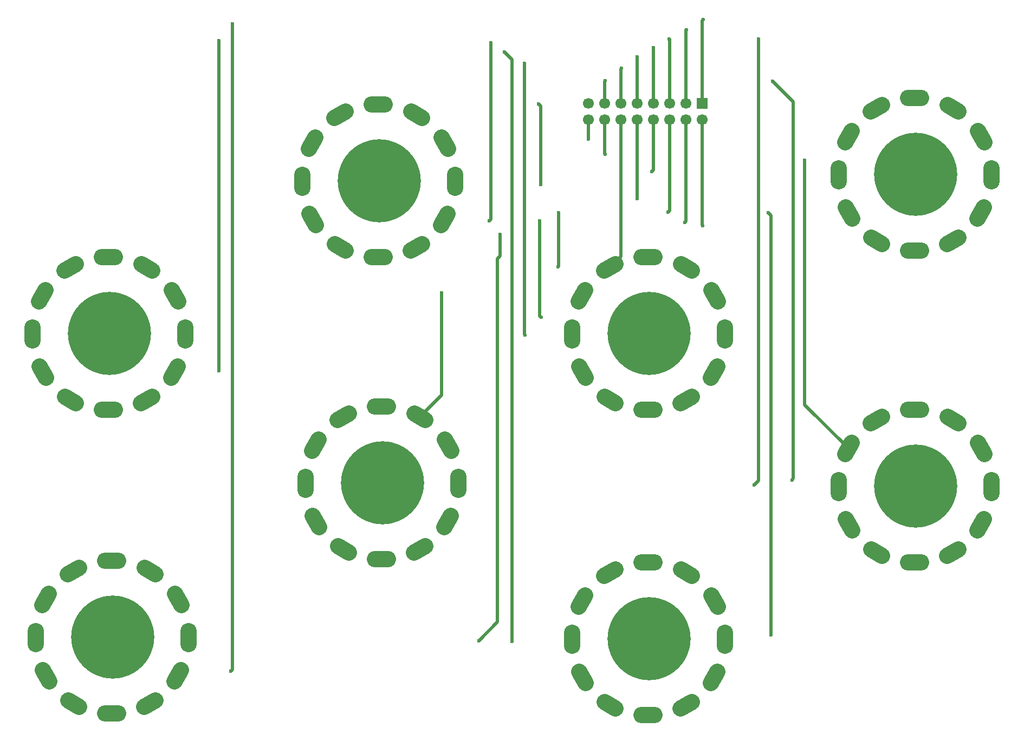
<source format=gbr>
G04 #@! TF.FileFunction,Copper,L1,Top,Signal*
%FSLAX46Y46*%
G04 Gerber Fmt 4.6, Leading zero omitted, Abs format (unit mm)*
G04 Created by KiCad (PCBNEW 4.0.7) date Wednesday, April 29, 2020 'PMt' 03:16:32 PM*
%MOMM*%
%LPD*%
G01*
G04 APERTURE LIST*
%ADD10C,0.100000*%
%ADD11O,2.540000X4.572000*%
%ADD12C,13.000000*%
%ADD13C,2.540000*%
%ADD14O,4.572000X2.540000*%
%ADD15R,1.700000X1.700000*%
%ADD16C,1.700000*%
%ADD17C,0.600000*%
%ADD18C,0.508000*%
G04 APERTURE END LIST*
D10*
D11*
X52533098Y-156795619D03*
X76409098Y-156795618D03*
D12*
X64534039Y-156747322D03*
D13*
X54627836Y-163617906D02*
X53611836Y-161858142D01*
X75305058Y-151679906D02*
X74289058Y-149920142D01*
D14*
X64407813Y-168687178D03*
X64407812Y-144811179D03*
D13*
X59348052Y-167598131D02*
X57588288Y-166582131D01*
X71286051Y-146920909D02*
X69526287Y-145904909D01*
X75211122Y-161864891D02*
X74195122Y-163624655D01*
X54533900Y-149926892D02*
X53517900Y-151686656D01*
X71230100Y-166582131D02*
X69470336Y-167598131D01*
X59292099Y-145904909D02*
X57532335Y-146920909D01*
D11*
X52025098Y-109297619D03*
X75901098Y-109297618D03*
D12*
X64026039Y-109249322D03*
D13*
X54119836Y-116119906D02*
X53103836Y-114360142D01*
X74797058Y-104181906D02*
X73781058Y-102422142D01*
D14*
X63899813Y-121189178D03*
X63899812Y-97313179D03*
D13*
X58840052Y-120100131D02*
X57080288Y-119084131D01*
X70778051Y-99422909D02*
X69018287Y-98406909D01*
X74703122Y-114366891D02*
X73687122Y-116126655D01*
X54025900Y-102428892D02*
X53009900Y-104188656D01*
X70722100Y-119084131D02*
X68962336Y-120100131D01*
X58784099Y-98406909D02*
X57024335Y-99422909D01*
D11*
X94697098Y-132665619D03*
X118573098Y-132665618D03*
D12*
X106698039Y-132617322D03*
D13*
X96791836Y-139487906D02*
X95775836Y-137728142D01*
X117469058Y-127549906D02*
X116453058Y-125790142D01*
D14*
X106571813Y-144557178D03*
X106571812Y-120681179D03*
D13*
X101512052Y-143468131D02*
X99752288Y-142452131D01*
X113450051Y-122790909D02*
X111690287Y-121774909D01*
X117375122Y-137734891D02*
X116359122Y-139494655D01*
X96697900Y-125796892D02*
X95681900Y-127556656D01*
X113394100Y-142452131D02*
X111634336Y-143468131D01*
X101456099Y-121774909D02*
X99696335Y-122790909D01*
D11*
X94189098Y-85421619D03*
X118065098Y-85421618D03*
D12*
X106190039Y-85373322D03*
D13*
X96283836Y-92243906D02*
X95267836Y-90484142D01*
X116961058Y-80305906D02*
X115945058Y-78546142D01*
D14*
X106063813Y-97313178D03*
X106063812Y-73437179D03*
D13*
X101004052Y-96224131D02*
X99244288Y-95208131D01*
X112942051Y-75546909D02*
X111182287Y-74530909D01*
X116867122Y-90490891D02*
X115851122Y-92250655D01*
X96189900Y-78552892D02*
X95173900Y-80312656D01*
X112886100Y-95208131D02*
X111126336Y-96224131D01*
X100948099Y-74530909D02*
X99188335Y-75546909D01*
D11*
X136353098Y-157049619D03*
X160229098Y-157049618D03*
D12*
X148354039Y-157001322D03*
D13*
X138447836Y-163871906D02*
X137431836Y-162112142D01*
X159125058Y-151933906D02*
X158109058Y-150174142D01*
D14*
X148227813Y-168941178D03*
X148227812Y-145065179D03*
D13*
X143168052Y-167852131D02*
X141408288Y-166836131D01*
X155106051Y-147174909D02*
X153346287Y-146158909D01*
X159031122Y-162118891D02*
X158015122Y-163878655D01*
X138353900Y-150180892D02*
X137337900Y-151940656D01*
X155050100Y-166836131D02*
X153290336Y-167852131D01*
X143112099Y-146158909D02*
X141352335Y-147174909D01*
D11*
X136353098Y-109297619D03*
X160229098Y-109297618D03*
D12*
X148354039Y-109249322D03*
D13*
X138447836Y-116119906D02*
X137431836Y-114360142D01*
X159125058Y-104181906D02*
X158109058Y-102422142D01*
D14*
X148227813Y-121189178D03*
X148227812Y-97313179D03*
D13*
X143168052Y-120100131D02*
X141408288Y-119084131D01*
X155106051Y-99422909D02*
X153346287Y-98406909D01*
X159031122Y-114366891D02*
X158015122Y-116126655D01*
X138353900Y-102428892D02*
X137337900Y-104188656D01*
X155050100Y-119084131D02*
X153290336Y-120100131D01*
X143112099Y-98406909D02*
X141352335Y-99422909D01*
D11*
X178009098Y-133173619D03*
X201885098Y-133173618D03*
D12*
X190010039Y-133125322D03*
D13*
X180103836Y-139995906D02*
X179087836Y-138236142D01*
X200781058Y-128057906D02*
X199765058Y-126298142D01*
D14*
X189883813Y-145065178D03*
X189883812Y-121189179D03*
D13*
X184824052Y-143976131D02*
X183064288Y-142960131D01*
X196762051Y-123298909D02*
X195002287Y-122282909D01*
X200687122Y-138242891D02*
X199671122Y-140002655D01*
X180009900Y-126304892D02*
X178993900Y-128064656D01*
X196706100Y-142960131D02*
X194946336Y-143976131D01*
X184768099Y-122282909D02*
X183008335Y-123298909D01*
D11*
X178009098Y-84405619D03*
X201885098Y-84405618D03*
D12*
X190010039Y-84357322D03*
D13*
X180103836Y-91227906D02*
X179087836Y-89468142D01*
X200781058Y-79289906D02*
X199765058Y-77530142D01*
D14*
X189883813Y-96297178D03*
X189883812Y-72421179D03*
D13*
X184824052Y-95208131D02*
X183064288Y-94192131D01*
X196762051Y-74530909D02*
X195002287Y-73514909D01*
X200687122Y-89474891D02*
X199671122Y-91234655D01*
X180009900Y-77536892D02*
X178993900Y-79296656D01*
X196706100Y-94192131D02*
X194946336Y-95208131D01*
X184768099Y-73514909D02*
X183008335Y-74530909D01*
D15*
X156670000Y-73235000D03*
D16*
X156670000Y-75775000D03*
X154130000Y-73235000D03*
X154130000Y-75775000D03*
X151590000Y-73235000D03*
X151590000Y-75775000D03*
X149050000Y-73235000D03*
X149050000Y-75775000D03*
X146510000Y-73235000D03*
X146510000Y-75775000D03*
X143970000Y-73235000D03*
X143970000Y-75775000D03*
X141430000Y-73235000D03*
X141430000Y-75775000D03*
X138890000Y-73235000D03*
X138890000Y-75775000D03*
D17*
X83010000Y-162060000D03*
X83260000Y-60800000D03*
X156810000Y-60110000D03*
X121760000Y-157330000D03*
X125110000Y-93710000D03*
X156740000Y-92330000D03*
X81160000Y-115100000D03*
X81160000Y-63450000D03*
X154200000Y-61690000D03*
X131490000Y-106710000D03*
X131270000Y-91590000D03*
X153970000Y-91820000D03*
X164810000Y-132940000D03*
X165480000Y-63120000D03*
X151550000Y-63120000D03*
X115960000Y-102910000D03*
X134120000Y-98780000D03*
X134260000Y-90320000D03*
X151360000Y-90240000D03*
X123430000Y-91570000D03*
X123660000Y-63790000D03*
X149050000Y-64550000D03*
X148820000Y-83880000D03*
X126950000Y-157370000D03*
X125780000Y-65220000D03*
X146550000Y-65930000D03*
X167410000Y-156380000D03*
X166980000Y-90350000D03*
X146510000Y-88150000D03*
X129000000Y-109480000D03*
X128900000Y-66950000D03*
X144050000Y-67710000D03*
X170690000Y-132130000D03*
X167680000Y-69770000D03*
X141500000Y-69700000D03*
X172670000Y-82150000D03*
X141550000Y-81160000D03*
X131440000Y-85910000D03*
X131100000Y-73320000D03*
X138920000Y-78790000D03*
D18*
X83260000Y-60800000D02*
X83260000Y-161810000D01*
X83260000Y-161810000D02*
X83010000Y-162060000D01*
X156670000Y-73235000D02*
X156670000Y-60250000D01*
X156670000Y-60250000D02*
X156810000Y-60110000D01*
X124710000Y-97540000D02*
X124710000Y-154380000D01*
X124710000Y-154380000D02*
X121760000Y-157330000D01*
X125110000Y-97140000D02*
X124710000Y-97540000D01*
X125110000Y-93710000D02*
X125110000Y-97140000D01*
X156670000Y-75775000D02*
X156670000Y-92260000D01*
X156670000Y-92260000D02*
X156740000Y-92330000D01*
X81160000Y-63450000D02*
X81160000Y-115100000D01*
X154130000Y-73235000D02*
X154130000Y-61760000D01*
X154130000Y-61760000D02*
X154200000Y-61690000D01*
X131270000Y-91590000D02*
X131270000Y-106490000D01*
X131270000Y-106490000D02*
X131490000Y-106710000D01*
X154130000Y-75775000D02*
X154130000Y-91660000D01*
X154130000Y-91660000D02*
X153970000Y-91820000D01*
X165480000Y-63120000D02*
X165480000Y-132270000D01*
X165480000Y-132270000D02*
X164810000Y-132940000D01*
X151590000Y-73235000D02*
X151590000Y-63160000D01*
X151590000Y-63160000D02*
X151550000Y-63120000D01*
X115960000Y-102910000D02*
X115960000Y-118893078D01*
X115960000Y-118893078D02*
X112570169Y-122282909D01*
X134260000Y-90320000D02*
X134260000Y-98640000D01*
X134260000Y-98640000D02*
X134120000Y-98780000D01*
X151590000Y-75775000D02*
X151590000Y-90010000D01*
X151590000Y-90010000D02*
X151360000Y-90240000D01*
X123660000Y-63790000D02*
X123660000Y-91340000D01*
X123660000Y-91340000D02*
X123430000Y-91570000D01*
X149050000Y-73235000D02*
X149050000Y-64550000D01*
X149050000Y-75775000D02*
X149050000Y-83650000D01*
X149050000Y-83650000D02*
X148820000Y-83880000D01*
X125780000Y-65220000D02*
X126950000Y-66390000D01*
X126950000Y-66390000D02*
X126950000Y-157370000D01*
X146510000Y-73235000D02*
X146510000Y-65970000D01*
X146510000Y-65970000D02*
X146550000Y-65930000D01*
X166980000Y-90350000D02*
X167410000Y-90780000D01*
X167410000Y-90780000D02*
X167410000Y-156380000D01*
X146510000Y-75775000D02*
X146510000Y-88150000D01*
X128900000Y-66950000D02*
X128900000Y-109380000D01*
X128900000Y-109380000D02*
X129000000Y-109480000D01*
X143970000Y-73235000D02*
X143970000Y-67790000D01*
X143970000Y-67790000D02*
X144050000Y-67710000D01*
X143970000Y-75775000D02*
X143970000Y-97177126D01*
X143970000Y-97177126D02*
X142232217Y-98914909D01*
X170890000Y-72980000D02*
X170890000Y-131930000D01*
X170890000Y-131930000D02*
X170690000Y-132130000D01*
X167680000Y-69770000D02*
X170890000Y-72980000D01*
X141430000Y-73235000D02*
X141430000Y-69770000D01*
X141430000Y-69770000D02*
X141500000Y-69700000D01*
X172670000Y-82150000D02*
X172670000Y-120352874D01*
X172670000Y-120352874D02*
X179501900Y-127184774D01*
X141430000Y-75775000D02*
X141430000Y-81040000D01*
X141430000Y-81040000D02*
X141550000Y-81160000D01*
X131100000Y-73320000D02*
X131440000Y-73660000D01*
X131440000Y-73660000D02*
X131440000Y-85910000D01*
X138890000Y-75775000D02*
X138890000Y-78760000D01*
X138890000Y-78760000D02*
X138920000Y-78790000D01*
M02*

</source>
